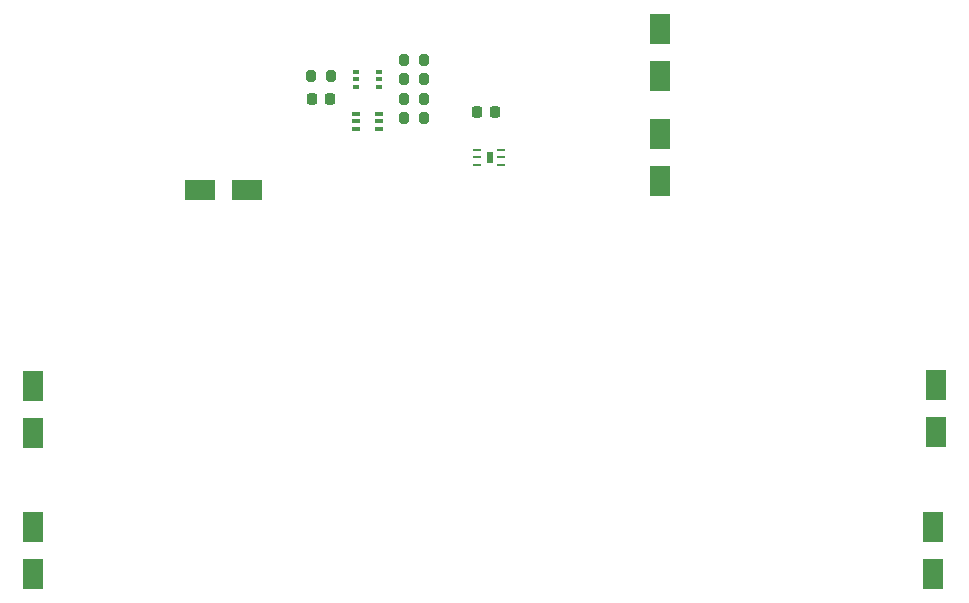
<source format=gtp>
%TF.GenerationSoftware,KiCad,Pcbnew,(6.0.5)*%
%TF.CreationDate,2022-07-09T20:44:09-07:00*%
%TF.ProjectId,solar-panel-side-Y-plus,736f6c61-722d-4706-916e-656c2d736964,rev?*%
%TF.SameCoordinates,Original*%
%TF.FileFunction,Paste,Top*%
%TF.FilePolarity,Positive*%
%FSLAX46Y46*%
G04 Gerber Fmt 4.6, Leading zero omitted, Abs format (unit mm)*
G04 Created by KiCad (PCBNEW (6.0.5)) date 2022-07-09 20:44:09*
%MOMM*%
%LPD*%
G01*
G04 APERTURE LIST*
G04 Aperture macros list*
%AMRoundRect*
0 Rectangle with rounded corners*
0 $1 Rounding radius*
0 $2 $3 $4 $5 $6 $7 $8 $9 X,Y pos of 4 corners*
0 Add a 4 corners polygon primitive as box body*
4,1,4,$2,$3,$4,$5,$6,$7,$8,$9,$2,$3,0*
0 Add four circle primitives for the rounded corners*
1,1,$1+$1,$2,$3*
1,1,$1+$1,$4,$5*
1,1,$1+$1,$6,$7*
1,1,$1+$1,$8,$9*
0 Add four rect primitives between the rounded corners*
20,1,$1+$1,$2,$3,$4,$5,0*
20,1,$1+$1,$4,$5,$6,$7,0*
20,1,$1+$1,$6,$7,$8,$9,0*
20,1,$1+$1,$8,$9,$2,$3,0*%
G04 Aperture macros list end*
%ADD10C,0.010000*%
%ADD11R,1.700000X2.500000*%
%ADD12R,2.500000X1.700000*%
%ADD13RoundRect,0.200000X0.200000X0.275000X-0.200000X0.275000X-0.200000X-0.275000X0.200000X-0.275000X0*%
%ADD14RoundRect,0.225000X-0.225000X-0.250000X0.225000X-0.250000X0.225000X0.250000X-0.225000X0.250000X0*%
%ADD15R,0.600000X0.400000*%
%ADD16RoundRect,0.225000X0.225000X0.250000X-0.225000X0.250000X-0.225000X-0.250000X0.225000X-0.250000X0*%
%ADD17RoundRect,0.200000X-0.200000X-0.275000X0.200000X-0.275000X0.200000X0.275000X-0.200000X0.275000X0*%
%ADD18R,0.650000X0.400000*%
%ADD19R,0.740000X0.270000*%
G04 APERTURE END LIST*
G36*
X149054000Y-87298000D02*
G01*
X148634000Y-87298000D01*
X148634000Y-86438000D01*
X149054000Y-86438000D01*
X149054000Y-87298000D01*
G37*
D10*
X149054000Y-87298000D02*
X148634000Y-87298000D01*
X148634000Y-86438000D01*
X149054000Y-86438000D01*
X149054000Y-87298000D01*
D11*
X110236000Y-122142000D03*
X110236000Y-118142000D03*
X110236000Y-110204000D03*
X110236000Y-106204000D03*
X186690000Y-106172000D03*
X186690000Y-110172000D03*
X186436000Y-118142000D03*
X186436000Y-122142000D03*
X163322000Y-75978000D03*
X163322000Y-79978000D03*
X163322000Y-84868000D03*
X163322000Y-88868000D03*
D12*
X124365000Y-89662000D03*
X128365000Y-89662000D03*
D13*
X143319000Y-80264000D03*
X141669000Y-80264000D03*
D14*
X147815000Y-83058000D03*
X149365000Y-83058000D03*
D15*
X139507000Y-80914000D03*
X139507000Y-80264000D03*
X139507000Y-79614000D03*
X137607000Y-79614000D03*
X137607000Y-80264000D03*
X137607000Y-80914000D03*
D16*
X135395000Y-81915000D03*
X133845000Y-81915000D03*
D17*
X133795000Y-80010000D03*
X135445000Y-80010000D03*
D13*
X143319000Y-78613000D03*
X141669000Y-78613000D03*
X143319000Y-81915000D03*
X141669000Y-81915000D03*
D18*
X139507000Y-84470000D03*
X139507000Y-83820000D03*
X139507000Y-83170000D03*
X137607000Y-83170000D03*
X137607000Y-83820000D03*
X137607000Y-84470000D03*
D17*
X141669000Y-83566000D03*
X143319000Y-83566000D03*
D19*
X147849000Y-86218000D03*
X147849000Y-86868000D03*
X147849000Y-87518000D03*
X149839000Y-87518000D03*
X149839000Y-86868000D03*
X149839000Y-86218000D03*
M02*

</source>
